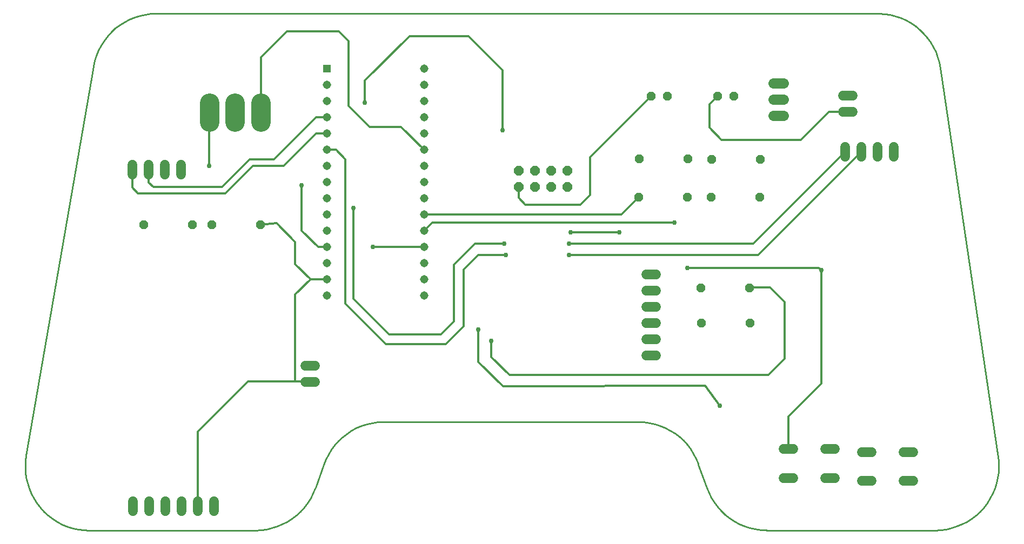
<source format=gbr>
G04 EAGLE Gerber RS-274X export*
G75*
%MOMM*%
%FSLAX34Y34*%
%LPD*%
%INTop Copper*%
%IPPOS*%
%AMOC8*
5,1,8,0,0,1.08239X$1,22.5*%
G01*
%ADD10R,1.308000X1.308000*%
%ADD11C,1.308000*%
%ADD12P,1.429621X8X22.500000*%
%ADD13C,1.524000*%
%ADD14P,1.429621X8X202.500000*%
%ADD15C,3.009900*%
%ADD16P,1.649562X8X22.500000*%
%ADD17C,1.650000*%
%ADD18C,0.304800*%
%ADD19C,0.756400*%
%ADD20C,0.254000*%


D10*
X491300Y723400D03*
D11*
X491300Y698000D03*
X491300Y672600D03*
X491300Y647200D03*
X491300Y621800D03*
X491300Y596400D03*
X491300Y571000D03*
X491300Y545600D03*
X491300Y520200D03*
X491300Y494800D03*
X491300Y469400D03*
X491300Y444000D03*
X491300Y418600D03*
X491300Y393200D03*
X491300Y367800D03*
X643700Y367800D03*
X643700Y393200D03*
X643700Y418600D03*
X643700Y444000D03*
X643700Y469400D03*
X643700Y494800D03*
X643700Y520200D03*
X643700Y545600D03*
X643700Y571000D03*
X643700Y596400D03*
X643700Y621800D03*
X643700Y647200D03*
X643700Y672600D03*
X643700Y698000D03*
X643700Y723400D03*
D12*
X1103940Y680080D03*
X1129340Y680080D03*
X999320Y680080D03*
X1024720Y680080D03*
D13*
X1206968Y127106D02*
X1222208Y127106D01*
X1222208Y81894D02*
X1206968Y81894D01*
X1271992Y127106D02*
X1287232Y127106D01*
X1287232Y81894D02*
X1271992Y81894D01*
D14*
X1170660Y581340D03*
X1094460Y581340D03*
X1169720Y522120D03*
X1093520Y522120D03*
X1055900Y521820D03*
X979700Y521820D03*
X1057500Y581980D03*
X981300Y581980D03*
X1154340Y324360D03*
X1078140Y324360D03*
D15*
X387852Y639531D02*
X387852Y669630D01*
X347720Y669630D02*
X347720Y639531D01*
X307588Y639531D02*
X307588Y669630D01*
D13*
X1300080Y681520D02*
X1315320Y681520D01*
X1315320Y656120D02*
X1300080Y656120D01*
X1007460Y273640D02*
X992220Y273640D01*
X992220Y299040D02*
X1007460Y299040D01*
X1007460Y324440D02*
X992220Y324440D01*
X992220Y349840D02*
X1007460Y349840D01*
X1007460Y375240D02*
X992220Y375240D01*
X992220Y400640D02*
X1007460Y400640D01*
D14*
X1153340Y380000D03*
X1077140Y380000D03*
D13*
X1329868Y122606D02*
X1345108Y122606D01*
X1345108Y77394D02*
X1329868Y77394D01*
X1394892Y122606D02*
X1410132Y122606D01*
X1410132Y77394D02*
X1394892Y77394D01*
D14*
X387140Y478400D03*
X310940Y478400D03*
X280880Y478380D03*
X204680Y478380D03*
D13*
X263240Y557920D02*
X263240Y573160D01*
X237840Y573160D02*
X237840Y557920D01*
X212440Y557920D02*
X212440Y573160D01*
X187040Y573160D02*
X187040Y557920D01*
X1379380Y585860D02*
X1379380Y601100D01*
X1353980Y601100D02*
X1353980Y585860D01*
X1328580Y585860D02*
X1328580Y601100D01*
X1303180Y601100D02*
X1303180Y585860D01*
X473020Y232380D02*
X457780Y232380D01*
X457780Y257780D02*
X473020Y257780D01*
D16*
X791900Y538260D03*
X791900Y563660D03*
X817300Y538260D03*
X817300Y563660D03*
X842700Y538260D03*
X842700Y563660D03*
X868100Y538260D03*
X868100Y563660D03*
D17*
X1190630Y701040D02*
X1207130Y701040D01*
X1207130Y675640D02*
X1190630Y675640D01*
X1190630Y650240D02*
X1207130Y650240D01*
D13*
X314960Y45720D02*
X314960Y30480D01*
X289560Y30480D02*
X289560Y45720D01*
X264160Y45720D02*
X264160Y30480D01*
X238760Y30480D02*
X238760Y45720D01*
X213360Y45720D02*
X213360Y30480D01*
X187960Y30480D02*
X187960Y45720D01*
D18*
X387140Y478400D02*
X412540Y481540D01*
X441960Y452120D01*
X441960Y417140D01*
X465900Y393200D01*
X491300Y393200D01*
X904240Y585000D02*
X999320Y680080D01*
X904240Y585000D02*
X904240Y525780D01*
X889000Y510540D01*
X791900Y521280D02*
X791900Y538260D01*
X802640Y510540D02*
X889000Y510540D01*
X802640Y510540D02*
X791900Y521280D01*
X289560Y154940D02*
X289560Y38100D01*
X289560Y154940D02*
X368300Y233680D01*
X441960Y233680D01*
X464100Y233680D01*
X465400Y232380D01*
X441960Y369260D02*
X465900Y393200D01*
X441960Y369260D02*
X441960Y233680D01*
X1278420Y656120D02*
X1307700Y656120D01*
X1234440Y612140D02*
X1109980Y612140D01*
X1091240Y630880D01*
X1091240Y667380D02*
X1103940Y680080D01*
X1091240Y667380D02*
X1091240Y630880D01*
X1234440Y612140D02*
X1278420Y656120D01*
D19*
X563880Y444500D03*
D18*
X643200Y444500D01*
X643700Y444000D01*
D19*
X452120Y541020D03*
D18*
X452120Y469900D01*
X478020Y444000D02*
X491300Y444000D01*
X478020Y444000D02*
X452120Y469900D01*
X621384Y774700D02*
X713740Y774700D01*
X767080Y721360D02*
X767080Y627380D01*
D19*
X767080Y627380D03*
D18*
X767080Y721360D02*
X713740Y774700D01*
D19*
X1266190Y407670D03*
D18*
X1266190Y229870D01*
X1214588Y178268D02*
X1214588Y127106D01*
X1214588Y178268D02*
X1266190Y229870D01*
D19*
X1056640Y411480D03*
D18*
X1262380Y411480D01*
X1266190Y407670D01*
X621384Y774700D02*
X551180Y704496D01*
X551180Y670560D01*
D19*
X551180Y670560D03*
X949960Y467360D03*
D18*
X873760Y467360D01*
D19*
X873760Y467360D03*
X1036320Y482600D03*
D18*
X656900Y482600D02*
X643700Y469400D01*
X656900Y482600D02*
X1036320Y482600D01*
X979700Y521820D02*
X953180Y495300D01*
X646740Y495300D02*
X646240Y494800D01*
X643700Y494800D01*
X646740Y495300D02*
X953180Y495300D01*
D19*
X728980Y314960D03*
D18*
X728980Y264160D01*
X1083940Y226220D02*
X1107280Y194940D01*
X1083940Y226220D02*
X767720Y225420D01*
D19*
X1107280Y194940D03*
D18*
X767720Y225420D02*
X728980Y264160D01*
D19*
X749300Y297180D03*
D18*
X749300Y271780D01*
X777720Y243360D01*
X1183160Y243360D02*
X1209040Y269240D01*
X1209040Y358140D01*
X1186180Y381000D01*
X1154340Y381000D01*
X1153340Y380000D01*
X1183160Y243360D02*
X777720Y243360D01*
X643700Y596400D02*
X607640Y632460D01*
X558800Y632460D01*
X525780Y665480D01*
X525780Y767080D01*
X510540Y782320D01*
X387852Y740912D02*
X387852Y654580D01*
X387852Y740912D02*
X429260Y782320D01*
X510540Y782320D01*
D19*
X307340Y571500D03*
D18*
X307340Y654332D01*
X307588Y654580D01*
X212440Y565540D02*
X212440Y545220D01*
X219493Y538167D01*
X327347Y538167D01*
X370840Y581660D01*
X408940Y581660D01*
X474480Y647200D01*
X491300Y647200D01*
X195580Y528320D02*
X187040Y536860D01*
X187040Y565540D01*
X195580Y528320D02*
X332740Y528320D01*
X375920Y571500D02*
X424180Y571500D01*
X474480Y621800D01*
X491300Y621800D01*
X375920Y571500D02*
X332740Y528320D01*
X1166900Y431800D02*
X1328580Y593480D01*
D19*
X871220Y431800D03*
X772160Y431800D03*
D18*
X728980Y431800D01*
X706120Y320040D02*
X678180Y292100D01*
X584200Y292100D01*
X520700Y355600D01*
X520700Y581660D01*
X505960Y596400D01*
X491300Y596400D01*
X871220Y431800D02*
X1166900Y431800D01*
X728980Y431800D02*
X706120Y408940D01*
X706120Y320040D01*
X1159280Y449580D02*
X1303180Y593480D01*
X1159280Y449580D02*
X871220Y449580D01*
D19*
X871220Y449580D03*
X769620Y449580D03*
D18*
X723900Y449580D01*
X690880Y416560D01*
X690880Y327660D01*
X670560Y307340D01*
X589280Y307340D01*
X533400Y363220D01*
X533400Y505460D01*
D19*
X533400Y505460D03*
D20*
X20228Y117031D02*
X19118Y108378D01*
X18767Y99662D01*
X19177Y90947D01*
X20345Y82302D01*
X22262Y73791D01*
X24914Y65480D01*
X28279Y57432D01*
X32334Y49707D01*
X37046Y42365D01*
X42380Y35462D01*
X48296Y29050D01*
X54747Y23178D01*
X61687Y17891D01*
X69060Y13229D01*
X76812Y9227D01*
X84883Y5916D01*
X93212Y3320D01*
X101735Y1461D01*
X110388Y352D01*
X118767Y0D01*
X379249Y0D01*
X387964Y381D01*
X396613Y1519D01*
X405130Y3407D01*
X413451Y6031D01*
X421510Y9369D01*
X429248Y13397D01*
X436606Y18085D01*
X443527Y23396D01*
X449959Y29289D01*
X455853Y35721D01*
X461164Y42642D01*
X465851Y50000D01*
X469879Y57738D01*
X473218Y65798D01*
X473548Y66718D01*
X486452Y103282D01*
X489712Y111374D01*
X493664Y119151D01*
X498280Y126554D01*
X503523Y133527D01*
X509353Y140016D01*
X515727Y145973D01*
X522596Y151351D01*
X529908Y156110D01*
X537606Y160213D01*
X545633Y163631D01*
X553927Y166335D01*
X562425Y168306D01*
X571063Y169530D01*
X579774Y169995D01*
X580752Y170000D01*
X979249Y170000D01*
X987964Y169619D01*
X996613Y168481D01*
X1005130Y166593D01*
X1013451Y163969D01*
X1021510Y160631D01*
X1029249Y156603D01*
X1036606Y151915D01*
X1043527Y146604D01*
X1049959Y140711D01*
X1055853Y134279D01*
X1061164Y127358D01*
X1065851Y120000D01*
X1069879Y112262D01*
X1073218Y104202D01*
X1073548Y103282D01*
X1086452Y66718D01*
X1089712Y58626D01*
X1093664Y50849D01*
X1098280Y43446D01*
X1103523Y36473D01*
X1109353Y29984D01*
X1115727Y24027D01*
X1122596Y18649D01*
X1129908Y13890D01*
X1137606Y9787D01*
X1145633Y6369D01*
X1153927Y3665D01*
X1162425Y1694D01*
X1171063Y470D01*
X1179774Y5D01*
X1180752Y0D01*
X1444094Y0D01*
X1452809Y381D01*
X1461459Y1519D01*
X1469976Y3407D01*
X1478296Y6031D01*
X1486356Y9369D01*
X1494094Y13397D01*
X1501451Y18085D01*
X1508372Y23396D01*
X1514804Y29289D01*
X1520698Y35721D01*
X1526009Y42642D01*
X1530696Y50000D01*
X1534724Y57738D01*
X1538063Y65798D01*
X1540686Y74118D01*
X1542574Y82635D01*
X1543713Y91284D01*
X1544094Y100000D01*
X1543713Y108716D01*
X1543014Y114655D01*
X1452644Y724655D01*
X1450990Y733221D01*
X1448596Y741610D01*
X1445480Y749758D01*
X1441666Y757604D01*
X1437182Y765087D01*
X1432063Y772152D01*
X1426348Y778743D01*
X1420081Y784811D01*
X1413308Y790310D01*
X1406082Y795197D01*
X1398457Y799437D01*
X1390492Y802995D01*
X1382247Y805846D01*
X1373785Y807967D01*
X1365170Y809343D01*
X1356468Y809962D01*
X1353723Y810000D01*
X224199Y810000D01*
X215483Y809619D01*
X206834Y808481D01*
X198317Y806593D01*
X189997Y803969D01*
X181937Y800631D01*
X174199Y796603D01*
X166841Y791915D01*
X159920Y786604D01*
X153488Y780711D01*
X147594Y774279D01*
X142284Y767358D01*
X137596Y760000D01*
X133568Y752262D01*
X130229Y744202D01*
X127606Y735882D01*
X125718Y727365D01*
X125660Y727031D01*
X20228Y117031D01*
M02*

</source>
